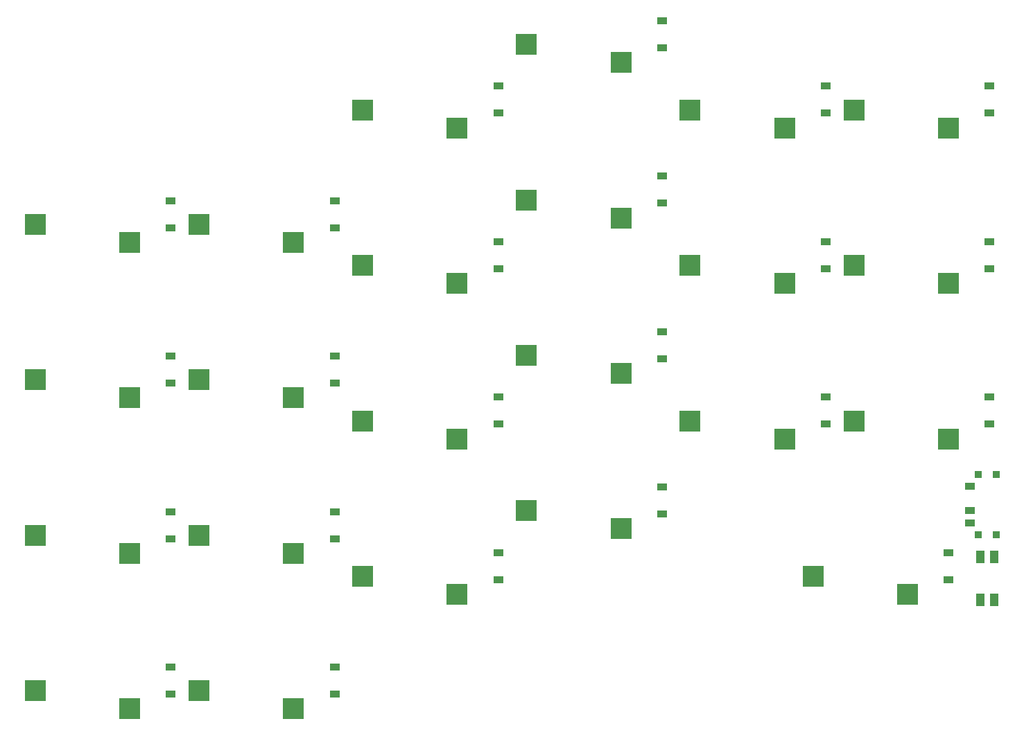
<source format=gbr>
%TF.GenerationSoftware,KiCad,Pcbnew,8.0.7*%
%TF.CreationDate,2025-01-04T23:43:43-07:00*%
%TF.ProjectId,left,6c656674-2e6b-4696-9361-645f70636258,v1.0.0*%
%TF.SameCoordinates,Original*%
%TF.FileFunction,Paste,Bot*%
%TF.FilePolarity,Positive*%
%FSLAX46Y46*%
G04 Gerber Fmt 4.6, Leading zero omitted, Abs format (unit mm)*
G04 Created by KiCad (PCBNEW 8.0.7) date 2025-01-04 23:43:43*
%MOMM*%
%LPD*%
G01*
G04 APERTURE LIST*
%ADD10R,2.600000X2.600000*%
%ADD11R,1.200000X0.900000*%
%ADD12R,1.250000X0.900000*%
%ADD13R,0.900000X0.900000*%
%ADD14R,1.000000X1.550000*%
G04 APERTURE END LIST*
D10*
%TO.C,S1*%
X103275000Y-155950000D03*
X91725000Y-153750000D03*
%TD*%
%TO.C,S2*%
X103275000Y-136950000D03*
X91725000Y-134750000D03*
%TD*%
%TO.C,S3*%
X103275000Y-117950000D03*
X91725000Y-115750000D03*
%TD*%
%TO.C,S4*%
X103275000Y-98950000D03*
X91725000Y-96750000D03*
%TD*%
%TO.C,S5*%
X123275000Y-155950000D03*
X111725000Y-153750000D03*
%TD*%
%TO.C,S6*%
X123275000Y-136950000D03*
X111725000Y-134750000D03*
%TD*%
%TO.C,S7*%
X123275000Y-117950000D03*
X111725000Y-115750000D03*
%TD*%
%TO.C,S8*%
X123275000Y-98950000D03*
X111725000Y-96750000D03*
%TD*%
%TO.C,S9*%
X143275000Y-141950000D03*
X131725000Y-139750000D03*
%TD*%
%TO.C,S10*%
X143275000Y-122950000D03*
X131725000Y-120750000D03*
%TD*%
%TO.C,S11*%
X143275000Y-103950000D03*
X131725000Y-101750000D03*
%TD*%
%TO.C,S12*%
X143275000Y-84950000D03*
X131725000Y-82750000D03*
%TD*%
%TO.C,S13*%
X163275000Y-133950000D03*
X151725000Y-131750000D03*
%TD*%
%TO.C,S14*%
X163275000Y-114950000D03*
X151725000Y-112750000D03*
%TD*%
%TO.C,S15*%
X163275000Y-95950000D03*
X151725000Y-93750000D03*
%TD*%
%TO.C,S16*%
X163275000Y-76950000D03*
X151725000Y-74750000D03*
%TD*%
%TO.C,S17*%
X183275000Y-122950000D03*
X171725000Y-120750000D03*
%TD*%
%TO.C,S18*%
X183275000Y-103950000D03*
X171725000Y-101750000D03*
%TD*%
%TO.C,S19*%
X183275000Y-84950000D03*
X171725000Y-82750000D03*
%TD*%
%TO.C,S20*%
X203275000Y-122950000D03*
X191725000Y-120750000D03*
%TD*%
%TO.C,S21*%
X203275000Y-103950000D03*
X191725000Y-101750000D03*
%TD*%
%TO.C,S22*%
X203275000Y-84950000D03*
X191725000Y-82750000D03*
%TD*%
%TO.C,S23*%
X198275000Y-141950000D03*
X186725000Y-139750000D03*
%TD*%
D11*
%TO.C,D1*%
X108300000Y-150850000D03*
X108300000Y-154150000D03*
%TD*%
%TO.C,D2*%
X108300000Y-131850000D03*
X108300000Y-135150000D03*
%TD*%
%TO.C,D3*%
X108300000Y-112850000D03*
X108300000Y-116150000D03*
%TD*%
%TO.C,D4*%
X108300000Y-93850000D03*
X108300000Y-97150000D03*
%TD*%
%TO.C,D5*%
X128300000Y-150850000D03*
X128300000Y-154150000D03*
%TD*%
%TO.C,D6*%
X128300000Y-131850000D03*
X128300000Y-135150000D03*
%TD*%
%TO.C,D7*%
X128300000Y-112850000D03*
X128300000Y-116150000D03*
%TD*%
%TO.C,D8*%
X128300000Y-93850000D03*
X128300000Y-97150000D03*
%TD*%
%TO.C,D9*%
X148300000Y-136850000D03*
X148300000Y-140150000D03*
%TD*%
%TO.C,D10*%
X148300000Y-117850000D03*
X148300000Y-121150000D03*
%TD*%
%TO.C,D11*%
X148300000Y-98850000D03*
X148300000Y-102150000D03*
%TD*%
%TO.C,D12*%
X148300000Y-79850000D03*
X148300000Y-83150000D03*
%TD*%
%TO.C,D13*%
X168300000Y-128850000D03*
X168300000Y-132150000D03*
%TD*%
%TO.C,D14*%
X168300000Y-109850000D03*
X168300000Y-113150000D03*
%TD*%
%TO.C,D15*%
X168300000Y-90850000D03*
X168300000Y-94150000D03*
%TD*%
%TO.C,D16*%
X168300000Y-71850000D03*
X168300000Y-75150000D03*
%TD*%
%TO.C,D17*%
X188300000Y-117850000D03*
X188300000Y-121150000D03*
%TD*%
%TO.C,D18*%
X188300000Y-98850000D03*
X188300000Y-102150000D03*
%TD*%
%TO.C,D19*%
X188300000Y-79850000D03*
X188300000Y-83150000D03*
%TD*%
%TO.C,D20*%
X208300000Y-117850000D03*
X208300000Y-121150000D03*
%TD*%
%TO.C,D21*%
X208300000Y-98850000D03*
X208300000Y-102150000D03*
%TD*%
%TO.C,D22*%
X208300000Y-79850000D03*
X208300000Y-83150000D03*
%TD*%
%TO.C,D23*%
X203300000Y-136850000D03*
X203300000Y-140150000D03*
%TD*%
D12*
%TO.C,T1*%
X205925000Y-128750000D03*
X205925000Y-131750000D03*
X205925000Y-133250000D03*
D13*
X209100000Y-134700000D03*
X206900000Y-134700000D03*
X206900000Y-127300000D03*
X209100000Y-127300000D03*
%TD*%
D14*
%TO.C,B1*%
X208850000Y-137375000D03*
X208850000Y-142625000D03*
X207150000Y-137375000D03*
X207150000Y-142625000D03*
%TD*%
M02*

</source>
